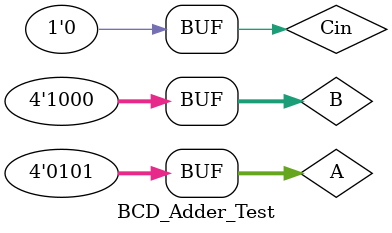
<source format=v>
`timescale 1ns / 1ps


module BCD_Adder_Test;

	// Inputs
	reg [3:0] A;
	reg [3:0] B;
	reg Cin;

	// Outputs
	wire [3:0] S;
	wire Cout;

	// Instantiate the Unit Under Test (UUT)
	BCD_Adder uut (
		.A(A), 
		.B(B), 
		.Cin(Cin),
		.S(S), 
		.Cout(Cout)
	);

	initial begin
		// Initialize Inputs
		A = 4;
		B = 6;
		Cin=0;

		// Wait 100 ns for global reset to finish
		#100;
		A = 9;
		B = 9;

		// Wait 100 ns for global reset to finish
		#100;
      A = 1;
		B = 4;

		// Wait 100 ns for global reset to finish
		#100;
A = 5;
		B = 8;

		// Wait 100 ns for global reset to finish
		#100;		
		// Add stimulus here

	end
      
endmodule


</source>
